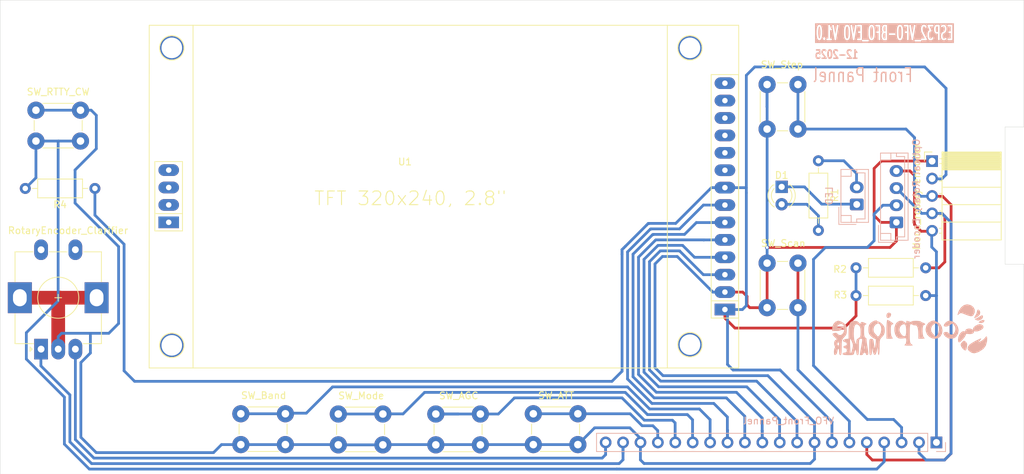
<source format=kicad_pcb>
(kicad_pcb (version 20241229) (generator "pcbnew") (generator_version "9.0")
  (layers (0 "F.Cu" signal) (2 "B.Cu" signal) (13 "F.Paste" user) (15 "B.Paste" user) (5 "F.SilkS" user "F.Silkscreen") (7 "B.SilkS" user "B.Silkscreen") (1 "F.Mask" user) (3 "B.Mask" user) (25 "Edge.Cuts" user))
  (net 0 "")
  (net 1 "MOSI")
  (net 2 "GND")
  (net 3 "SW_BAND")
  (net 4 "D{slash}C")
  (net 5 "SW_AGC")
  (net 6 "SCK")
  (net 7 "SW_STEP")
  (net 8 "SW_SCAN")
  (net 9 "SW_MODE")
  (net 10 "SW_ATT")
  (net 11 "CS")
  (net 12 "RST")
  (net 13 "+3.3V")
  (net 14 "CLK")
  (net 15 "+9V")
  (net 16 "DT")
  (net 17 "DT-2")
  (net 18 "SW_RTTY_CW")
  (net 20 "CLK-2")
  (net 31 "Net-(D1-A)")
  (net 32 "Net-(D1-K)")
  (net 33 "Net-(J1-Pin_2)")
  (footprint "Resistor_THT:R_Axial_DIN0207_L6.3mm_D2.5mm_P10.16mm_Horizontal" (layer "F.Cu") (at 193.294 100.6208)
    (property "Reference" "R3")
    (property "Value" "4.7K")
  )
  (footprint "LED_THT:LED_D3.0mm" (layer "F.Cu") (at 182.442 84.7598 -90)
    (property "Reference" "D1")
    (property "Value" "LED")
  )
  (footprint "Button_Switch_THT:SW_PUSH_6mm" (layer "F.Cu") (at 180.319 76.3258 90)
    (property "Reference" "SW7")
    (property "Value" "SW_Step")
  )
  (footprint "Button_Switch_THT:SW_PUSH_6mm" (layer "F.Cu") (at 138.4824 122.399 180)
    (property "Reference" "SW4")
    (property "Value" "SW_AGC")
  )
  (footprint "Resistor_THT:R_Axial_DIN0207_L6.3mm_D2.5mm_P10.16mm_Horizontal" (layer "F.Cu") (at 193.294 96.5708)
    (property "Reference" "R2")
    (property "Value" "4.7K")
  )
  (footprint "Button_Switch_THT:SW_PUSH_6mm" (layer "F.Cu") (at 124.2584 122.399 180)
    (property "Reference" "SW3")
    (property "Value" "SW_Mode")
  )
  (footprint "Resistor_THT:R_Axial_DIN0207_L6.3mm_D2.5mm_P10.16mm_Horizontal" (layer "F.Cu") (at 187.8014 80.9498 -90)
    (property "Reference" "R1")
    (property "Value" "R=Vled-2/20mA")
  )
  (footprint "Connector_PinSocket_2.54mm:PinSocket_1x05_P2.54mm_Horizontal" (layer "F.Cu") (at 208.588 81.706)
    (property "Reference" "J3" (hide yes))
    (property "Value" "Mecc_rotary encoder")
  )
  (footprint "Resistor_THT:R_Axial_DIN0207_L6.3mm_D2.5mm_P10.16mm_Horizontal" (layer "F.Cu") (at 82.2452 84.9884 180)
    (property "Reference" "R4")
    (property "Value" "10K")
  )
  (footprint "-Rotary_Encoder:RotaryEncoder_Alps_EC12E-Switch_Vertical_H20mm" (layer "F.Cu") (at 74.3904 108.4326 90)
    (property "Reference" "SW1")
    (property "Value" "RotaryEncoder_Clarifier")
  )
  (footprint "MountingHole:MountingHole_3.2mm_M3_DIN965" (layer "F.Cu") (at 212.8048 121.7246)
    (property "Reference" "H2" (hide yes))
    (property "Value" "MountingHole" (hide yes))
  )
  (footprint "MountingHole:MountingHole_3.2mm_M3_DIN965" (layer "F.Cu") (at 73.5 121.75)
    (property "Reference" "H4" (hide yes))
    (property "Value" "MountingHole" (hide yes))
  )
  (footprint "Button_Switch_THT:SW_PUSH_6mm" (layer "F.Cu") (at 110.0344 122.363 180)
    (property "Reference" "SW2")
    (property "Value" "SW_Band")
  )
  (footprint "Button_Switch_THT:SW_PUSH_6mm" (layer "F.Cu") (at 152.7064 122.363 180)
    (property "Reference" "SW5")
    (property "Value" "SW_ATT")
  )
  (footprint "-Display_Graphic:DISPLAY_TFT_ILI9341_2.8" (layer "F.Cu") (at 128.1622 86.1822)
    (property "Reference" "U1")
    (property "Value" "Ili9341_Module_TFT_320x240_Touch")
  )
  (footprint "Button_Switch_THT:SW_PUSH_6mm" (layer "F.Cu") (at 180.319 102.3862 90)
    (property "Reference" "SW6")
    (property "Value" "SW_Scan")
  )
  (footprint "MountingHole:MountingHole_3.2mm_M3_DIN965" (layer "F.Cu") (at 212.8048 62.5348)
    (property "Reference" "H1" (hide yes))
    (property "Value" "MountingHole" (hide yes))
  )
  (footprint "MountingHole:MountingHole_3.2mm_M3_DIN965" (layer "F.Cu") (at 73.5 62.5602)
    (property "Reference" "H3" (hide yes))
    (property "Value" "MountingHole" (hide yes))
  )
  (footprint "Button_Switch_THT:SW_PUSH_6mm" (layer "F.Cu") (at 73.6404 73.5748)
    (property "Reference" "SW8")
    (property "Value" "SW_RTTY_CW")
  )
  (footprint "Connector_JST:JST_EH_B2B-EH-A_1x02_P2.50mm_Vertical" (layer "B.Cu") (at 193.3956 87.3252 90)
    (property "Reference" "J1")
    (property "Value" "LED")
  )
  (footprint "Connector_PinHeader_2.54mm:PinHeader_1x20_P2.54mm_Vertical" (layer "B.Cu") (at 205.0226 122.047 90)
    (property "Reference" "J4")
    (property "Value" "VFO_Front_Pannel")
  )
  (footprint "Connector_JST:JST_EH_B4B-EH-A_1x04_P2.50mm_Vertical" (layer "B.Cu") (at 199.1806 89.9414 90)
    (property "Reference" "J2" (hide yes))
    (property "Value" "Optical Rotary Encoder")
  )
  (footprint "-Loghi personali:Scorpione Maker_40X20" (layer "B.Cu") (at 201.1934 105.918 180)
    (property "Reference" "G***" (hide yes))
    (property "Value" "LOGO" (hide yes))
  )
  (gr_line (start 217.7796 57.5202) (end 217.7796 76.0222) (stroke (width 0.05)) (layer "Edge.Cuts"))
  (gr_line (start 68.4214 57.5202) (end 68.4214 126.6744) (stroke (width 0.05)) (layer "Edge.Cuts"))
  (gr_line (start 217.7796 126.6744) (end 68.4214 126.6744) (stroke (width 0.05)) (layer "Edge.Cuts"))
  (gr_line (start 215.0364 76.0222) (end 215.0364 96.0374) (stroke (width 0.05)) (layer "Edge.Cuts"))
  (gr_line (start 217.7796 96.0374) (end 217.7796 126.6744) (stroke (width 0.05)) (layer "Edge.Cuts"))
  (gr_line (start 215.0364 96.0374) (end 217.7796 96.0374) (stroke (width 0.05)) (layer "Edge.Cuts"))
  (gr_line (start 217.7796 76.0222) (end 215.0364 76.0222) (stroke (width 0.05)) (layer "Edge.Cuts"))
  (gr_line (start 68.4214 57.5202) (end 217.7796 57.5202) (stroke (width 0.05)) (layer "Edge.Cuts"))
  (gr_text "ESP32_VFO-BFO_EVO V1.0" (at 197.4644 63.491825 0) (layer "B.SilkS" knockout) (effects (font (size 2 1) (thickness 0.25) (bold yes)) (justify bottom mirror)))
  (gr_text "Front Pannel" (at 201.6992 69.6416 0) (layer "B.SilkS") (effects (font (size 2 1.5) (thickness 0.2)) (justify left bottom mirror)))
  (gr_text "12-2025" (at 190.4492 66.1416 0) (layer "B.SilkS") (effects (font (size 1.2 0.9) (thickness 0.225) (bold yes)) (justify bottom mirror)))
  (segment (start 177.0602 118.2326) (end 174.3722 115.5446) (width 0.4) (layer "B.Cu") (net 1))
  (segment (start 160.7582 94.5814) (end 163.6202 91.7194) (width 0.4) (layer "B.Cu") (net 1))
  (segment (start 163.7412 91.6932) (end 168.2692 91.6932) (width 0.4) (layer "B.Cu") (net 1))
  (segment (start 177.0682 122.0627) (end 177.0602 122.0706) (width 0.4) (layer "B.Cu") (net 1))
  (segment (start 177.0826 122.0483) (end 177.0826 122.047) (width 0.4) (layer "B.Cu") (net 1))
  (segment (start 174.1466 89.9678) (end 174.1622 89.9522) (width 0.4) (layer "B.Cu") (net 1))
  (segment (start 172.2642 89.9678) (end 174.1466 89.9678) (width 0.4) (layer "B.Cu") (net 1))
  (segment (start 169.9952 89.9678) (end 172.2642 89.9678) (width 0.4) (layer "B.Cu") (net 1))
  (segment (start 177.0602 122.1446) (end 177.0602 122.0706) (width 0.4) (layer "B.Cu") (net 1))
  (segment (start 168.2692 91.6932) (end 169.9952 89.9678) (width 0.4) (layer "B.Cu") (net 1))
  (segment (start 177.0682 122.0627) (end 177.0826 122.0483) (width 0.4) (layer "B.Cu") (net 1))
  (segment (start 177.0602 122.0706) (end 177.0602 118.2326) (width 0.4) (layer "B.Cu") (net 1))
  (segment (start 177.0772 122.1616) (end 177.0602 122.1446) (width 0.4) (layer "B.Cu") (net 1))
  (segment (start 172.2642 89.9678) (end 174.5332 89.9678) (width 0.4) (layer "B.Cu") (net 1))
  (segment (start 163.7142 91.7194) (end 163.7412 91.6932) (width 0.4) (layer "B.Cu") (net 1))
  (segment (start 163.8392 115.5446) (end 160.7582 112.4642) (width 0.4) (layer "B.Cu") (net 1))
  (segment (start 174.3722 115.5446) (end 163.8392 115.5446) (width 0.4) (layer "B.Cu") (net 1))
  (segment (start 160.7582 112.4642) (end 160.7582 94.5814) (width 0.4) (layer "B.Cu") (net 1))
  (segment (start 163.6202 91.7194) (end 163.7142 91.7194) (width 0.4) (layer "B.Cu") (net 1))
  (segment (start 177.0762 122.0548) (end 177.0682 122.0627) (width 0.4) (layer "B.Cu") (net 1))
  (segment (start 177.4382 102.0318) (end 177.7926 102.3862) (width 0.4) (layer "F.Cu") (net 2))
  (segment (start 177.3874 100.7364) (end 177.3874 102.0318) (width 0.4) (layer "F.Cu") (net 2))
  (segment (start 177.7926 102.3862) (end 180.319 102.3862) (width 0.4) (layer "F.Cu") (net 2))
  (segment (start 195.9356 82.0674) (end 195.9356 88.9508) (width 0.4) (layer "F.Cu") (net 2))
  (segment (start 199.1806 92.6654) (end 199.1806 89.9414) (width 0.4) (layer "F.Cu") (net 2))
  (segment (start 204.3372 81.0568) (end 204.2708 80.9904) (width 0.4) (layer "F.Cu") (net 2))
  (segment (start 197.0126 80.9904) (end 195.9356 82.0674) (width 0.4) (layer "F.Cu") (net 2))
  (segment (start 177.3874 102.0318) (end 177.4382 102.0318) (width 0.4) (layer "F.Cu") (net 2))
  (segment (start 180.319 95.8862) (end 180.319 102.3862) (width 0.4) (layer "F.Cu") (net 2))
  (segment (start 176.7632 100.1122) (end 177.3874 100.7364) (width 0.4) (layer "F.Cu") (net 2))
  (segment (start 71.2904 100.9326) (end 77.1652 100.9326) (width 2) (layer "F.Cu") (net 2))
  (segment (start 196.9262 89.9414) (end 199.1806 89.9414) (width 0.4) (layer "F.Cu") (net 2))
  (segment (start 174.1622 100.1122) (end 176.7632 100.1122) (width 0.4) (layer "F.Cu") (net 2))
  (segment (start 198.247 93.599) (end 199.1806 92.6654) (width 0.4) (layer "F.Cu") (net 2))
  (segment (start 77.1652 100.9326) (end 82.4904 100.9326) (width 2) (layer "F.Cu") (net 2))
  (segment (start 204.2708 80.9904) (end 197.0126 80.9904) (width 0.4) (layer "F.Cu") (net 2))
  (segment (start 195.9356 88.9508) (end 196.9262 89.9414) (width 0.4) (layer "F.Cu") (net 2))
  (segment (start 76.8904 101.2074) (end 76.8904 108.4326) (width 2) (layer "F.Cu") (net 2))
  (segment (start 180.319 93.599) (end 198.247 93.599) (width 0.4) (layer "F.Cu") (net 2))
  (segment (start 77.1652 100.9326) (end 76.8904 101.2074) (width 2) (layer "F.Cu") (net 2))
  (via (at 180.319 93.599) (size 0.6) (drill 0.4) (layers "F.Cu" "B.Cu") (net 2))
  (segment (start 161.8362 121.4576) (end 161.8362 124.5946) (width 0.4) (layer "B.Cu") (net 2))
  (segment (start 146.2062 122.3626) (end 152.7062 122.3626) (width 0.4) (layer "B.Cu") (net 2))
  (segment (start 180.319 76.3258) (end 180.3192 76.3258) (width 0.4) (layer "B.Cu") (net 2))
  (segment (start 152.7062 122.3626) (end 155.1562 119.9134) (width 0.4) (layer "B.Cu") (net 2))
  (segment (start 117.7584 122.3986) (end 124.2582 122.3986) (width 0.4) (layer "B.Cu") (net 2))
  (segment (start 117.7584 122.399) (end 117.7584 122.3986) (width 0.4) (layer "B.Cu") (net 2))
  (segment (start 99.55 123.532) (end 82.4348 123.532) (width 0.4) (layer "B.Cu") (net 2))
  (segment (start 155.1562 119.9134) (end 160.2922 119.9134) (width 0.4) (layer "B.Cu") (net 2))
  (segment (start 110.0344 122.363) (end 110.0344 122.3626) (width 0.4) (layer "B.Cu") (net 2))
  (segment (start 199.186 89.936) (end 199.1806 89.9414) (width 0.4) (layer "B.Cu") (net 2))
  (segment (start 125.1892 122.3626) (end 131.9822 122.3626) (width 0.4) (layer "B.Cu") (net 2))
  (segment (start 131.9824 122.381) (end 131.9824 122.399) (width 0.4) (layer "B.Cu") (net 2))
  (segment (start 103.5348 122.3626) (end 103.5344 122.363) (width 0.4) (layer "B.Cu") (net 2))
  (segment (start 138.4822 122.3626) (end 146.2062 122.3626) (width 0.4) (layer "B.Cu") (net 2))
  (segment (start 124.2582 122.3986) (end 124.2582 122.399) (width 0.4) (layer "B.Cu") (net 2))
  (segment (start 131.9822 122.3808) (end 131.9824 122.381) (width 0.4) (layer "B.Cu") (net 2))
  (segment (start 103.5344 122.363) (end 100.719 122.363) (width 0.4) (layer "B.Cu") (net 2))
  (segment (start 131.9822 122.399) (end 131.9822 122.3808) (width 0.4) (layer "B.Cu") (net 2))
  (segment (start 187.2372 122.1616) (end 187.2372 120.6376) (width 0.4) (layer "B.Cu") (net 2))
  (segment (start 152.7062 121.8266) (end 152.7062 122.3626) (width 0.4) (layer "B.Cu") (net 2))
  (segment (start 174.5418 100.1122) (end 174.5452 100.1156) (width 0.4) (layer "B.Cu") (net 2))
  (segment (start 161.8362 124.5946) (end 162.362 125.1204) (width 0.4) (layer "B.Cu") (net 2))
  (segment (start 77.3876 106.1212) (end 76.893 106.6158) (width 0.4) (layer "B.Cu") (net 2))
  (segment (start 180.3192 73.0758) (end 180.3192 76.3258) (width 0.4) (layer "B.Cu") (net 2))
  (segment (start 172.404 100.1156) (end 174.5452 100.1156) (width 0.4) (layer "B.Cu") (net 2))
  (segment (start 82.4484 79.1972) (end 79.3496 82.296) (width 0.4) (layer "B.Cu") (net 2))
  (segment (start 138.4822 122.399) (end 138.4822 122.3626) (width 0.4) (layer "B.Cu") (net 2))
  (segment (start 110.0344 122.3626) (end 117.7224 122.3626) (width 0.4) (layer "B.Cu") (net 2))
  (segment (start 81.7028 73.5748) (end 82.4484 74.3204) (width 0.4) (layer "B.Cu") (net 2))
  (segment (start 85.6996 104.6988) (end 84.2772 106.1212) (width 0.4) (layer "B.Cu") (net 2))
  (segment (start 180.4292 112.3052) (end 165.1312 112.3052) (width 0.4) (layer "B.Cu") (net 2))
  (segment (start 124.2584 122.399) (end 124.2582 122.399) (width 0.4) (layer "B.Cu") (net 2))
  (segment (start 100.719 122.363) (end 99.55 123.532) (width 0.4) (layer "B.Cu") (net 2))
  (segment (start 131.9822 122.3626) (end 138.4822 122.3626) (width 0.4) (layer "B.Cu") (net 2))
  (segment (start 187.2372 120.6376) (end 187.2372 119.1136) (width 0.4) (layer "B.Cu") (net 2))
  (segment (start 174.5452 100.1156) (end 174.5452 100.116) (width 0.4) (layer "B.Cu") (net 2))
  (segment (start 162.362 125.1204) (end 186.6094 125.1204) (width 0.4) (layer "B.Cu") (net 2))
  (segment (start 152.7064 122.363) (end 152.7062 122.363) (width 0.4) (layer "B.Cu") (net 2))
  (segment (start 187.2372 119.1136) (end 180.4292 112.3052) (width 0.4) (layer "B.Cu") (net 2))
  (segment (start 110.0344 122.3626) (end 103.5348 122.3626) (width 0.4) (layer "B.Cu") (net 2))
  (segment (start 186.6094 125.1204) (end 187.2362 124.4936) (width 0.4) (layer "B.Cu") (net 2))
  (segment (start 187.2372 120.6376) (end 187.2362 120.6386) (width 0.4) (layer "B.Cu") (net 2))
  (segment (start 85.6996 93.472) (end 85.6996 104.6988) (width 0.4) (layer "B.Cu") (net 2))
  (segment (start 187.2362 122.0534) (end 187.2362 122.0548) (width 0.4) (layer "B.Cu") (net 2))
  (segment (start 167.2082 94.9198) (end 172.404 100.1156) (width 0.4) (layer "B.Cu") (net 2))
  (segment (start 73.6404 73.5748) (end 80.1404 73.5748) (width 0.4) (layer "B.Cu") (net 2))
  (segment (start 117.7224 122.3626) (end 117.7584 122.3986) (width 0.4) (layer "B.Cu") (net 2))
  (segment (start 160.2922 119.9134) (end 161.8362 121.4576) (width 0.4) (layer "B.Cu") (net 2))
  (segment (start 131.9822 122.3808) (end 131.9822 122.3626) (width 0.4) (layer "B.Cu") (net 2))
  (segment (start 153.2432 122.3646) (end 152.7062 121.8266) (width 0.4) (layer "B.Cu") (net 2))
  (segment (start 125.1532 122.3986) (end 125.1892 122.3626) (width 0.4) (layer "B.Cu") (net 2))
  (segment (start 146.2062 122.3626) (end 146.2062 122.363) (width 0.4) (layer "B.Cu") (net 2))
  (segment (start 163.9622 111.1371) (end 163.9622 96.0026) (width 0.4) (layer "B.Cu") (net 2))
  (segment (start 81.5848 109.002356) (end 81.5848 106.172) (width 0.4) (layer "B.Cu") (net 2))
  (segment (start 80.1952 121.2924) (end 80.1952 110.391956) (width 0.4) (layer "B.Cu") (net 2))
  (segment (start 165.1312 112.3052) (end 163.9622 111.1371) (width 0.4) (layer "B.Cu") (net 2))
  (segment (start 80.1404 73.5748) (end 81.7028 73.5748) (width 0.4) (layer "B.Cu") (net 2))
  (segment (start 79.3496 87.122) (end 85.6996 93.472) (width 0.4) (layer "B.Cu") (net 2))
  (segment (start 187.2362 124.4936) (end 187.2362 122.0548) (width 0.4) (layer "B.Cu") (net 2))
  (segment (start 84.2772 106.1212) (end 77.3876 106.1212) (width 0.4) (layer "B.Cu") (net 2))
  (segment (start 76.893 106.6158) (end 76.893 108.465) (width 0.4) (layer "B.Cu") (net 2))
  (segment (start 187.2362 120.6386) (end 187.2362 122.0548) (width 0.4) (layer "B.Cu") (net 2))
  (segment (start 180.319 93.599) (end 180.319 95.8862) (width 0.4) (layer "B.Cu") (net 2))
  (segment (start 180.319 76.3258) (end 180.319 93.599) (width 0.4) (layer "B.Cu") (net 2))
  (segment (start 124.2582 122.3986) (end 125.1532 122.3986) (width 0.4) (layer "B.Cu") (net 2))
  (segment (start 199.2252 89.936) (end 199.186 89.936) (width 0.4) (layer "B.Cu") (net 2))
  (segment (start 79.3496 82.296) (end 79.3496 87.122) (width 0.4) (layer "B.Cu") (net 2))
  (segment (start 163.9622 96.0026) (end 165.0452 94.9198) (width 0.4) (layer "B.Cu") (net 2))
  (segment (start 180.3192 73.0758) (end 180.319 73.0756) (width 0.4) (layer "B.Cu") (net 2))
  (segment (start 180.3192 69.8258) (end 180.3192 73.0758) (width 0.4) (layer "B.Cu") (net 2))
  (segment (start 82.4484 74.3204) (end 82.4484 79.1972) (width 0.4) (layer "B.Cu") (net 2))
  (segment (start 152.7062 122.363) (end 152.7062 122.3626) (width 0.4) (layer "B.Cu") (net 2))
  (segment (start 80.1952 110.391956) (end 81.5848 109.002356) (width 0.4) (layer "B.Cu") (net 2))
  (segment (start 82.4348 123.532) (end 80.1952 121.2924) (width 0.4) (layer "B.Cu") (net 2))
  (segment (start 146.2064 122.363) (end 146.2062 122.363) (width 0.4) (layer "B.Cu") (net 2))
  (segment (start 187.2426 122.047) (end 187.2362 122.0534) (width 0.4) (layer "B.Cu") (net 2))
  (segment (start 180.319 73.0756) (end 180.319 69.8258) (width 0.4) (layer "B.Cu") (net 2))
  (segment (start 165.0452 94.9198) (end 167.2082 94.9198) (width 0.4) (layer "B.Cu") (net 2))
  (segment (start 174.1622 100.1122) (end 174.5418 100.1122) (width 0.4) (layer "B.Cu") (net 2))
  (segment (start 172.0022 122.0474) (end 172.0022 122.0486) (width 0.4) (layer "B.Cu") (net 3))
  (segment (start 171.9802 122.1446) (end 171.9802 122.0706) (width 0.4) (layer "B.Cu") (net 3))
  (segment (start 171.9802 122.0706) (end 172.0022 122.0486) (width 0.4) (layer "B.Cu") (net 3))
  (segment (start 110.0344 117.8626) (end 110.0344 117.863) (width 0.4) (layer "B.Cu") (net 3))
  (segment (start 110.4706 117.7798) (end 110.0344 117.3436) (width 0.4) (layer "B.Cu") (net 3))
  (segment (start 163.1782 117.1702) (end 159.9512 113.9426) (width 0.4) (layer "B.Cu") (net 3))
  (segment (start 172.0022 118.7283) (end 170.4442 117.1702) (width 0.4) (layer "B.Cu") (net 3))
  (segment (start 116.9198 113.9426) (end 113.0826 117.7798) (width 0.4) (layer "B.Cu") (net 3))
  (segment (start 172.0026 122.047) (end 172.0022 122.0474) (width 0.4) (layer "B.Cu") (net 3))
  (segment (start 110.0344 117.3436) (end 110.0344 117.6031) (width 0.4) (layer "B.Cu") (net 3))
  (segment (start 171.9962 122.0548) (end 171.9802 122.0706) (width 0.4) (layer "B.Cu") (net 3))
  (segment (start 110.0344 117.8626) (end 103.5348 117.8626) (width 0.4) (layer "B.Cu") (net 3))
  (segment (start 110.0344 117.6031) (end 110.0344 117.8626) (width 0.4) (layer "B.Cu") (net 3))
  (segment (start 113.0826 117.7798) (end 110.4706 117.7798) (width 0.4) (layer "B.Cu") (net 3))
  (segment (start 171.9972 122.1616) (end 171.9802 122.1446) (width 0.4) (layer "B.Cu") (net 3))
  (segment (start 110.0344 117.6031) (end 110.0344 117.8626) (width 0.4) (layer "B.Cu") (net 3))
  (segment (start 103.5348 117.8626) (end 103.5344 117.863) (width 0.4) (layer "B.Cu") (net 3))
  (segment (start 170.4442 117.1702) (end 163.1782 117.1702) (width 0.4) (layer "B.Cu") (net 3))
  (segment (start 172.0022 122.0486) (end 172.0022 118.7283) (width 0.4) (layer "B.Cu") (net 3))
  (segment (start 159.9512 113.9426) (end 116.9198 113.9426) (width 0.4) (layer "B.Cu") (net 3))
  (segment (start 103.5348 117.8626) (end 103.5344 117.8626) (width 0.4) (layer "B.Cu") (net 3))
  (segment (start 171.0832 92.4942) (end 164.0722 92.4942) (width 0.4) (layer "B.Cu") (net 4))
  (segment (start 172.8147 92.496) (end 171.0842 92.496) (width 0.4) (layer "B.Cu") (net 4))
  (segment (start 179.6226 122.047) (end 179.6002 122.0694) (width 0.4) (layer "B.Cu") (net 4))
  (segment (start 179.6002 122.0694) (end 179.6002 122.1446) (width 0.4) (layer "B.Cu") (net 4))
  (segment (start 179.6002 120.3156) (end 179.6162 120.3314) (width 0.4) (layer "B.Cu") (net 4))
  (segment (start 174.1584 92.496) (end 174.1622 92.4922) (width 0.4) (layer "B.Cu") (net 4))
  (segment (start 179.6002 122.1446) (end 179.6172 122.1616) (width 0.4) (layer "B.Cu") (net 4))
  (segment (start 161.5592 112.1324) (end 164.1592 114.7318) (width 0.4) (layer "B.Cu") (net 4))
  (segment (start 164.1592 114.7318) (end 175.8462 114.7318) (width 0.4) (layer "B.Cu") (net 4))
  (segment (start 179.6162 120.3314) (end 179.6162 122.0548) (width 0.4) (layer "B.Cu") (net 4))
  (segment (start 174.5452 92.496) (end 172.8147 92.496) (width 0.4) (layer "B.Cu") (net 4))
  (segment (start 161.5592 95.0072) (end 161.5592 112.1324) (width 0.4) (layer "B.Cu") (net 4))
  (segment (start 164.0722 92.4942) (end 161.5592 95.0072) (width 0.4) (layer "B.Cu") (net 4))
  (segment (start 179.6002 118.4866) (end 179.6002 120.3156) (width 0.4) (layer "B.Cu") (net 4))
  (segment (start 171.0842 92.496) (end 171.0832 92.4942) (width 0.4) (layer "B.Cu") (net 4))
  (segment (start 179.6002 120.3156) (end 179.6002 122.1446) (width 0.4) (layer "B.Cu") (net 4))
  (segment (start 172.8147 92.496) (end 174.1584 92.496) (width 0.4) (layer "B.Cu") (net 4))
  (segment (start 175.8462 114.7318) (end 179.6002 118.4866) (width 0.4) (layer "B.Cu") (net 4))
  (segment (start 166.9002 119.1976) (end 166.9002 122.1446) (width 0.4) (layer "B.Cu") (net 5))
  (segment (start 131.9822 117.8986) (end 135.2322 117.8986) (width 0.4) (layer "B.Cu") (net 5))
  (segment (start 141.1062 117.8986) (end 143.4602 115.5446) (width 0.4) (layer "B.Cu") (net 5))
  (segment (start 166.9162 122.0534) (end 166.9162 122.0548) (width 0.4) (layer "B.Cu") (net 5))
  (segment (start 138.4822 117.8986) (end 139.2073 117.8986) (width 0.4) (layer "B.Cu") (net 5))
  (segment (start 143.4602 115.5446) (end 159.1502 115.5446) (width 0.4) (layer "B.Cu") (net 5))
  (segment (start 139.2073 117.8986) (end 138.4828 117.8986) (width 0.4) (layer "B.Cu") (net 5))
  (segment (start 135.2322 117.8986) (end 138.4822 117.8986) (width 0.4) (layer "B.Cu") (net 5))
  (segment (start 138.4828 117.8986) (end 138.4824 117.899) (width 0.4) (layer "B.Cu") (net 5))
  (segment (start 138.4822 117.8986) (end 138.4822 117.899) (width 0.4) (layer "B.Cu") (net 5))
  (segment (start 166.9226 122.047) (end 166.9162 122.0534) (width 0.4) (layer "B.Cu") (net 5))
  (segment (start 166.9002 122.1446) (end 166.9172 122.1616) (width 0.4) (layer "B.Cu") (net 5))
  (segment (start 131.9828 117.8986) (end 131.9824 117.899) (width 0.4) (layer "B.Cu") (net 5))
  (segment (start 159.1502 115.5446) (end 162.4142 118.8086) (width 0.4) (layer "B.Cu") (net 5))
  (segment (start 135.2322 117.8986) (end 131.9828 117.8986) (width 0.4) (layer "B.Cu") (net 5))
  (segment (start 162.4142 118.8086) (end 166.5112 118.8086) (width 0.4) (layer "B.Cu") (net 5))
  (segment (start 166.9002 122.0706) (end 166.9002 122.1446) (width 0.4) (layer "B.Cu") (net 5))
  (segment (start 166.9162 122.0548) (end 166.9002 122.0706) (width 0.4) (layer "B.Cu") (net 5))
  (segment (start 131.9822 117.899) (end 131.9822 117.8986) (width 0.4) (layer "B.Cu") (net 5))
  (segment (start 166.5112 118.8086) (end 166.9002 119.1976) (width 0.4) (layer "B.Cu") (net 5))
  (segment (start 139.2073 117.8986) (end 141.1062 117.8986) (width 0.4) (layer "B.Cu") (net 5))
  (segment (start 174.5202 118.3346) (end 172.5432 116.3574) (width 0.4) (layer "B.Cu") (net 6))
  (segment (start 159.9572 94.2496) (end 163.2892 90.9184) (width 0.4) (layer "B.Cu") (net 6))
  (segment (start 163.3832 90.9184) (end 163.4092 90.8922) (width 0.4) (layer "B.Cu") (net 6))
  (segment (start 163.2892 90.9184) (end 163.3832 90.9184) (width 0.4) (layer "B.Cu") (net 6))
  (segment (start 174.5202 122.0694) (end 174.5202 122.1446) (width 0.4) (layer "B.Cu") (net 6))
  (segment (start 174.5202 122.1446) (end 174.5202 120.2396) (width 0.4) (layer "B.Cu") (net 6))
  (segment (start 163.4092 90.8922) (end 167.5462 90.8922) (width 0.4) (layer "B.Cu") (net 6))
  (segment (start 174.5202 120.2396) (end 174.5362 120.2554) (width 0.4) (layer "B.Cu") (net 6))
  (segment (start 174.1584 87.416) (end 174.1622 87.4122) (width 0.4) (layer "B.Cu") (net 6))
  (segment (start 173.5037 87.416) (end 174.5452 87.416) (width 0.4) (layer "B.Cu") (net 6))
  (segment (start 174.5372 122.1616) (end 174.5202 122.1446) (width 0.4) (layer "B.Cu") (net 6))
  (segment (start 173.5037 87.416) (end 174.1584 87.416) (width 0.4) (layer "B.Cu") (net 6))
  (segment (start 159.9572 112.796) (end 159.9572 94.2496) (width 0.4) (layer "B.Cu") (net 6))
  (segment (start 163.5192 116.3574) (end 159.9572 112.796) (width 0.4) (layer "B.Cu") (net 6))
  (segment (start 171.0232 87.416) (end 173.5037 87.416) (width 0.4) (layer "B.Cu") (net 6))
  (segment (start 167.5462 90.8922) (end 171.0232 87.416) (width 0.4) (layer "B.Cu") (net 6))
  (segment (start 174.5426 122.047) (end 174.5202 122.0694) (width 0.4) (layer "B.Cu") (net 6))
  (segment (start 174.5362 120.2554) (end 174.5362 122.0548) (width 0.4) (layer "B.Cu") (net 6))
  (segment (start 174.5202 120.2396) (end 174.5202 118.3346) (width 0.4) (layer "B.Cu") (net 6))
  (segment (start 172.5432 116.3574) (end 163.5192 116.3574) (width 0.4) (layer "B.Cu") (net 6))
  (segment (start 195.6754 124.6124) (end 194.8626 123.7996) (width 0.4) (layer "F.Cu") (net 7))
  (segment (start 204.3372 86.1368) (end 205.9232 86.1368) (width 0.4) (layer "F.Cu") (net 7))
  (segment (start 207.1624 87.376) (end 207.1624 123.6472) (width 0.4) (layer "F.Cu") (net 7))
  (segment (start 207.1624 123.6472) (end 206.1972 124.6124) (width 0.4) (layer "F.Cu") (net 7))
  (segment (start 194.8626 123.7996) (end 194.8626 122.047) (width 0.4) (layer "F.Cu") (net 7))
  (segment (start 205.9232 86.1368) (end 207.1624 87.376) (width 0.4) (layer "F.Cu") (net 7))
  (segment (start 206.1972 124.6124) (end 195.6754 124.6124) (width 0.4) (layer "F.Cu") (net 7))
  (segment (start 184.8192 69.8258) (end 184.8192 76.3258) (width 0.4) (layer "B.Cu") (net 7))
  (segment (start 184.819 76.3258) (end 200.5826 76.3258) (width 0.4) (layer "B.Cu") (net 7))
  (segment (start 184.819 69.8258) (end 184.8192 69.8258) (width 0.4) (layer "B.Cu") (net 7))
  (segment (start 202.712 86.1368) (end 204.3372 86.1368) (width 0.4) (layer "B.Cu") (net 7))
  (segment (start 184.819 76.3258) (end 184.8192 76.3258) (width 0.4) (layer "B.Cu") (net 7))
  (segment (start 201.8284 85.2424) (end 202.7174 86.1314) (width 0.4) (layer "B.Cu") (net 7))
  (segment (start 201.8284 77.5716) (end 201.8284 85.2424) (width 0.4) (layer "B.Cu") (net 7))
  (segment (start 202.7174 86.1314) (end 202.712 86.1368) (width 0.4) (layer "B.Cu") (net 7))
  (segment (start 200.5826 76.3258) (end 201.8284 77.5716) (width 0.4) (layer "B.Cu") (net 7))
  (segment (start 184.819 102.3862) (end 184.819 95.8862) (width 0.4) (layer "F.Cu") (net 8))
  (segment (start 184.819 111.4446) (end 192.3226 118.9482) (width 0.4) (layer "B.Cu") (net 8))
  (segment (start 184.819 95.8862) (end 184.8192 95.8862) (width 0.4) (layer "B.Cu") (net 8))
  (segment (start 184.819 102.3862) (end 184.819 111.4446) (width 0.4) (layer "B.Cu") (net 8))
  (segment (start 192.3226 118.9482) (end 192.3226 122.047) (width 0.4) (layer "B.Cu") (net 8))
  (segment (start 184.819 102.3862) (end 184.8192 102.3862) (width 0.4) (layer "B.Cu") (net 8))
  (segment (start 117.7588 117.8986) (end 117.7584 117.899) (width 0.4) (layer "B.Cu") (net 9))
  (segment (start 124.2584 117.899) (end 124.2582 117.899) (width 0.4) (layer "B.Cu") (net 9))
  (segment (start 168.6832 117.983) (end 162.8582 117.983) (width 0.4) (layer "B.Cu") (net 9))
  (segment (start 130.3422 114.7436) (end 127.2052 117.8814) (width 0.4) (layer "B.Cu") (net 9))
  (segment (start 169.4626 122.047) (end 169.4562 122.0534) (width 0.4) (layer "B.Cu") (net 9))
  (segment (start 169.4562 122.0534) (end 169.4562 122.0548) (width 0.4) (layer "B.Cu") (net 9))
  (segment (start 127.2052 117.8814) (end 124.2752 117.8814) (width 0.4) (layer "B.Cu") (net 9))
  (segment (start 169.4402 122.1446) (end 169.4402 122.0706) (width 0.4) (layer "B.Cu") (net 9))
  (segment (start 124.2752 117.8814) (end 124.2582 117.8986) (width 0.4) (layer "B.Cu") (net 9))
  (segment (start 169.4402 122.0706) (end 169.4402 118.7406) (width 0.4) (layer "B.Cu") (net 9))
  (segment (start 117.7588 117.8986) (end 117.7584 117.8986) (width 0.4) (layer "B.Cu") (net 9))
  (segment (start 124.2582 117.8986) (end 117.7588 117.8986) (width 0.4) (layer "B.Cu") (net 9))
  (segment (start 124.2582 117.8986) (end 124.2582 117.899) (width 0.4) (layer "B.Cu") (net 9))
  (segment (start 169.4402 118.7406) (end 168.6832 117.983) (width 0.4) (layer "B.Cu") (net 9))
  (segment (start 159.6192 114.7436) (end 130.3422 114.7436) (width 0.4) (layer "B.Cu") (net 9))
  (segment (start 169.4562 122.0548) (end 169.4402 122.0706) (width 0.4) (layer "B.Cu") (net 9))
  (segment (start 162.8582 117.983) (end 159.6192 114.7436) (width 0.4) (layer "B.Cu") (net 9))
  (segment (start 169.4572 122.1616) (end 169.4402 122.1446) (width 0.4) (layer "B.Cu") (net 9))
  (segment (start 152.7062 117.8626) (end 152.7062 117.863) (width 0.4) (layer "B.Cu") (net 10))
  (segment (start 164.3762 122.0548) (end 164.3682 122.0627) (width 0.4) (layer "B.Cu") (net 10))
  (segment (start 164.3772 122.1616) (end 164.3602 122.1446) (width 0.4) (layer "B.Cu") (net 10))
  (segment (start 163.6542 119.6096) (end 162.0822 119.6096) (width 0.4) (layer "B.Cu") (net 10))
  (segment (start 152.7064 117.863) (end 152.7062 117.863) (width 0.4) (layer "B.Cu") (net 10))
  (segment (start 146.2062 117.8626) (end 152.7062 117.8626) (width 0.4) (layer "B.Cu") (net 10))
  (segment (start 160.3352 117.8626) (end 152.7062 117.8626) (width 0.4) (layer "B.Cu") (net 10))
  (segment (start 162.0822 119.6096) (end 160.3352 117.8626) (width 0.4) (layer "B.Cu") (net 10))
  (segment (start 164.3826 122.0483) (end 164.3826 122.047) (width 0.4) (layer "B.Cu") (net 10))
  (segment (start 164.3682 122.0627) (end 164.3602 122.0706) (width 0.4) (layer "B.Cu") (net 10))
  (segment (start 164.3602 120.3156) (end 163.6542 119.6096) (width 0.4) (layer "B.Cu") (net 10))
  (segment (start 164.3602 122.1446) (end 164.3602 122.0706) (width 0.4) (layer "B.Cu") (net 10))
  (segment (start 146.2064 117.863) (end 146.2062 117.863) (width 0.4) (layer "B.Cu") (net 10))
  (segment (start 164.3682 122.0627) (end 164.3826 122.0483) (width 0.4) (layer "B.Cu") (net 10))
  (segment (start 146.2062 117.863) (end 146.2062 117.8626) (width 0.4) (layer "B.Cu") (net 10))
  (segment (start 164.3602 122.0706) (end 164.3602 120.3156) (width 0.4) (layer "B.Cu") (net 10))
  (segment (start 171.0162 97.5756) (end 167.5592 94.1188) (width 0.4) (layer "B.Cu") (net 11))
  (segment (start 173.5037 97.5756) (end 171.0162 97.5756) (width 0.4) (layer "B.Cu") (net 11))
  (segment (start 184.6802 118.9946) (end 184.6802 122.0706) (width 0.4) (layer "B.Cu") (net 11))
  (segment (start 174.5452 97.5756) (end 173.5037 97.5756) (width 0.4) (layer "B.Cu") (net 11))
  (segment (start 174.1588 97.5756) (end 174.1622 97.5722) (width 0.4) (layer "B.Cu") (net 11))
  (segment (start 184.6962 122.0548) (end 184.6802 122.0706) (width 0.4) (layer "B.Cu") (net 11))
  (segment (start 184.7026 122.047) (end 184.6962 122.0534) (width 0.4) (layer "B.Cu") (net 11))
  (segment (start 184.6962 122.0534) (end 184.6962 122.0548) (width 0.4) (layer "B.Cu") (net 11))
  (segment (start 184.6802 122.1446) (end 184.6972 122.1616) (width 0.4) (layer "B.Cu") (net 11))
  (segment (start 164.7992 113.1062) (end 178.7922 113.1062) (width 0.4) (layer "B.Cu") (net 11))
  (segment (start 178.7922 113.1062) (end 184.6802 118.9946) (width 0.4) (layer "B.Cu") (net 11))
  (segment (start 164.7362 94.0962) (end 163.1612 95.6708) (width 0.4) (layer "B.Cu") (net 11))
  (segment (start 174.5452 97.576) (end 174.5452 97.5756) (width 0.4) (layer "B.Cu") (net 11))
  (segment (start 167.5362 94.0962) (end 164.7362 94.0962) (width 0.4) (layer "B.Cu") (net 11))
  (segment (start 184.6802 122.0706) (end 184.6802 122.1446) (width 0.4) (layer "B.Cu") (net 11))
  (segment (start 167.5592 94.1188) (end 167.5362 94.0962) (width 0.4) (layer "B.Cu") (net 11))
  (segment (start 163.1612 95.6708) (end 163.1612 111.4689) (width 0.4) (layer "B.Cu") (net 11))
  (segment (start 163.1612 111.4689) (end 164.7992 113.1062) (width 0.4) (layer "B.Cu") (net 11))
  (segment (start 173.5037 97.5756) (end 174.1588 97.5756) (width 0.4) (layer "B.Cu") (net 11))
  (segment (start 172.1372 95.0351) (end 174.1593 95.0351) (width 0.4) (layer "B.Cu") (net 12))
  (segment (start 174.5452 95.0359) (end 174.5452 95.036) (width 0.4) (layer "B.Cu") (net 12))
  (segment (start 177.3482 113.9308) (end 182.1402 118.723) (width 0.4) (layer "B.Cu") (net 12))
  (segment (start 167.9902 93.2952) (end 164.4042 93.2952) (width 0.4) (layer "B.Cu") (net 12))
  (segment (start 182.1562 122.0534) (end 182.1562 122.0548) (width 0.4) (layer "B.Cu") (net 12))
  (segment (start 162.3602 111.8006) (end 164.4912 113.9308) (width 0.4) (layer "B.Cu") (net 12))
  (segment (start 182.1402 122.1446) (end 182.1572 122.1616) (width 0.4) (layer "B.Cu") (net 12))
  (segment (start 174.5442 95.0351) (end 174.5452 95.0359) (width 0.4) (layer "B.Cu") (net 12))
  (segment (start 182.1402 118.723) (end 182.1402 122.0706) (width 0.4) (layer "B.Cu") (net 12))
  (segment (start 174.5452 95.036) (end 174.5442 95.0351) (width 0.4) (layer "B.Cu") (net 12))
  (segment (start 182.1402 122.0706) (end 182.1402 122.1446) (width 0.4) (layer "B.Cu") (net 12))
  (segment (start 169.7302 95.0351) (end 167.9902 93.2952) (width 0.4) (layer "B.Cu") (net 12))
  (segment (start 164.4042 93.2952) (end 162.3602 95.339) (width 0.4) (layer "B.Cu") (net 12))
  (segment (start 164.4912 113.9308) (end 177.3482 113.9308) (width 0.4) (layer "B.Cu") (net 12))
  (segment (start 172.1372 95.0351) (end 169.7302 95.0351) (width 0.4) (layer "B.Cu") (net 12))
  (segment (start 182.1626 122.047) (end 182.1562 122.0534) (width 0.4) (layer "B.Cu") (net 12))
  (segment (start 172.1372 95.0351) (end 174.5442 95.0351) (width 0.4) (layer "B.Cu") (net 12))
  (segment (start 182.1562 122.0548) (end 182.1402 122.0706) (width 0.4) (layer "B.Cu") (net 12))
  (segment (start 174.1593 95.0351) (end 174.1622 95.0322) (width 0.4) (layer "B.Cu") (net 12))
  (segment (start 162.3602 95.339) (end 162.3602 111.8006) (width 0.4) (layer "B.Cu") (net 12))
  (segment (start 191.516 105.3592) (end 175.6156 105.3592) (width 0.4) (layer "F.Cu") (net 13))
  (segment (start 175.6156 105.3592) (end 174.1622 103.9058) (width 0.4) (layer "F.Cu") (net 13))
  (segment (start 193.294 103.5812) (end 191.516 105.3592) (width 0.4) (layer "F.Cu") (net 13))
  (segment (start 174.1622 103.9058) (end 174.1622 102.6522) (width 0.4) (layer "F.Cu") (net 13))
  (segment (start 193.294 100.6208) (end 193.294 103.5812) (width 0.4) (layer "F.Cu") (net 13))
  (segment (start 162.957471 90.1174) (end 162.957415 90.1174) (width 0.4) (layer "B.Cu") (net 13))
  (segment (start 189.7826 122.0494) (end 189.7826 122.047) (width 0.4) (layer "B.Cu") (net 13))
  (segment (start 206.4258 82.9818) (end 205.8108 83.5968) (width 0.4) (layer "B.Cu") (net 13))
  (segment (start 159.156239 93.917776) (end 159.1562 93.917815) (width 0.4) (layer "B.Cu") (net 13))
  (segment (start 189.7772 119.1006) (end 189.7772 122.0548) (width 0.4) (layer "B.Cu") (net 13))
  (segment (start 189.7772 119.0448) (end 189.7772 119.1006) (width 0.4) (layer "B.Cu") (net 13))
  (segment (start 174.5432 84.8742) (end 174.5442 84.8751) (width 0.4) (layer "B.Cu") (net 13))
  (segment (start 174.5452 84.8759) (end 174.5452 84.876) (width 0.4) (layer "B.Cu") (net 13))
  (segment (start 174.5442 84.8751) (end 174.5452 84.8759) (width 0.4) (layer "B.Cu") (net 13))
  (segment (start 176.7132 102.6556) (end 177.2862 102.0826) (width 0.4) (layer "B.Cu") (net 13))
  (segment (start 159.397458 93.676557) (end 159.156239 93.917718) (width 0.4) (layer "B.Cu") (net 13))
  (segment (start 159.1562 111.6586) (end 157.6832 113.1316) (width 0.4) (layer "B.Cu") (net 13))
  (segment (start 174.5462 102.6556) (end 174.5457 102.6558) (width 0.4) (layer "B.Cu") (net 13))
  (segment (start 175.3552 111.4806) (end 182.1952 111.4806) (width 0.4) (layer "B.Cu") (net 13))
  (segment (start 88.0364 113.1316) (end 86.5006 111.5958) (width 0.4) (layer "B.Cu") (net 13))
  (segment (start 174.5457 102.6558) (end 174.5452 102.656) (width 0.4) (layer "B.Cu") (net 13))
  (segment (start 182.2132 111.4806) (end 189.7772 119.0448) (width 0.4) (layer "B.Cu") (net 13))
  (segment (start 174.5452 102.6556) (end 174.5462 102.6556) (width 0.4) (layer "B.Cu") (net 13))
  (segment (start 178.5112 67.2592) (end 203.3016 67.2592) (width 0.4) (layer "B.Cu") (net 13))
  (segment (start 174.1622 84.8722) (end 174.5412 84.8722) (width 0.4) (layer "B.Cu") (net 13))
  (segment (start 162.957415 90.1174) (end 162.724559 90.350256) (width 0.4) (layer "B.Cu") (net 13))
  (segment (start 189.7772 122.0548) (end 189.7826 122.0494) (width 0.4) (layer "B.Cu") (net 13))
  (segment (start 174.5462 102.6556) (end 176.7132 102.6556) (width 0.4) (layer "B.Cu") (net 13))
  (segment (start 174.1622 84.8722) (end 172.1986 84.8722) (width 0.4) (layer "B.Cu") (net 13))
  (segment (start 193.294 96.5708) (end 193.294 100.6208) (width 0.4) (layer "B.Cu") (net 13))
  (segment (start 166.9796 90.0912) (end 163.077415 90.0912) (width 0.4) (layer "B.Cu") (net 13))
  (segment (start 174.5442 84.8751) (end 174.5452 84.876) (width 0.4) (layer "B.Cu") (net 13))
  (segment (start 162.724559 90.350256) (end 159.62547 93.4486) (width 0.4) (layer "B.Cu") (net 13))
  (segment (start 86.5006 93.140214) (end 82.2452 88.884814) (width 0.4) (layer "B.Cu") (net 13))
  (segment (start 174.3555 102.8458) (end 174.5422 103.0326) (width 0.4) (layer "B.Cu") (net 13))
  (segment (start 159.62547 93.4486) (end 159.625415 93.4486) (width 0.4) (layer "B.Cu") (net 13))
  (segment (start 159.1562 94.245304) (end 159.15616 94.581289) (width 0.4) (layer "B.Cu") (net 13))
  (segment (start 82.2452 88.884814) (end 82.2452 84.9884) (width 0.4) (layer "B.Cu") (net 13))
  (segment (start 189.7762 122.0548) (end 189.7772 122.0548) (width 0.4) (layer "B.Cu") (net 13))
  (segment (start 174.1622 102.6522) (end 174.3555 102.8458) (width 0.4) (layer "B.Cu") (net 13))
  (segment (start 157.6832 113.1316) (end 88.0364 113.1316) (width 0.4) (layer "B.Cu") (net 13))
  (segment (start 159.625415 93.4486) (end 159.397458 93.676557) (width 0.4) (layer "B.Cu") (net 13))
  (segment (start 203.3016 67.2592) (end 206.4258 70.3834) (width 0.4) (layer "B.Cu") (net 13))
  (segment (start 174.5455 102.6558) (end 174.3555 102.8458) (width 0.4) (layer "B.Cu") (net 13))
  (segment (start 177.2862 85.6372) (end 177.2862 68.4842) (width 0.4) (layer "B.Cu") (net 13))
  (segment (start 177.2862 102.0826) (end 177.2862 85.6372) (width 0.4) (layer "B.Cu") (net 13))
  (segment (start 86.5006 111.5958) (end 86.5006 93.140214) (width 0.4) (layer "B.Cu") (net 13))
  (segment (start 174.5422 103.0326) (end 174.5422 110.6678) (width 0.4) (layer "B.Cu") (net 13))
  (segment (start 159.1562 93.917815) (end 159.1562 94.245304) (width 0.4) (layer "B.Cu") (net 13))
  (segment (start 159.15616 94.581289) (end 159.1562 94.581329) (width 0.4) (layer "B.Cu") (net 13))
  (segment (start 159.1562 94.581329) (end 159.1562 111.6586) (width 0.4) (layer "B.Cu") (net 13))
  (segment (start 174.5422 110.6678) (end 175.3552 111.4806) (width 0.4) (layer "B.Cu") (net 13))
  (segment (start 177.2862 84.876) (end 174.5452 84.876) (width 0.4) (layer "B.Cu") (net 13))
  (segment (start 206.4258 70.3834) (end 206.4258 82.9818) (width 0.4) (layer "B.Cu") (net 13))
  (segment (start 182.1952 111.4806) (end 182.2132 111.4806) (width 0.4) (layer "B.Cu") (net 13))
  (segment (start 162.957511 90.11736) (end 162.957471 90.1174) (width 0.4) (layer "B.Cu") (net 13))
  (segment (start 174.5457 102.6558) (end 174.5455 102.6558) (width 0.4) (layer "B.Cu") (net 13))
  (segment (start 172.1986 84.8722) (end 166.9796 90.0912) (width 0.4) (layer "B.Cu") (net 13))
  (segment (start 205.8108 83.5968) (end 204.3372 83.5968) (width 0.4) (layer "B.Cu") (net 13))
  (segment (start 182.1952 111.4806) (end 182.2132 111.4806) (width 0.4) (layer "B.Cu") (net 13))
  (segment (start 189.7772 122.0548) (end 189.7772 122.1616) (width 0.4) (layer "B.Cu") (net 13))
  (segment (start 174.5412 84.8722) (end 174.5432 84.8742) (width 0.4) (layer "B.Cu") (net 13))
  (segment (start 163.077415 90.0912) (end 163.051244 90.117371) (width 0.4) (layer "B.Cu") (net 13))
  (segment (start 163.051244 90.117371) (end 162.957511 90.11736) (width 0.4) (layer "B.Cu") (net 13))
  (segment (start 177.2862 68.4842) (end 178.5112 67.2592) (width 0.4) (layer "B.Cu") (net 13))
  (segment (start 159.156239 93.917718) (end 159.156239 93.917776) (width 0.4) (layer "B.Cu") (net 13))
  (segment (start 204.3172 91.2368) (end 204.3372 91.2168) (width 0.4) (layer "F.Cu") (net 14))
  (segment (start 201.8284 83.1088) (end 201.8284 90.2716) (width 0.4) (layer "F.Cu") (net 14))
  (segment (start 202.7936 91.2368) (end 204.3172 91.2368) (width 0.4) (layer "F.Cu") (net 14))
  (segment (start 201.8284 90.2716) (end 202.7936 91.2368) (width 0.4) (layer "F.Cu") (net 14))
  (segment (start 199.1806 82.4414) (end 201.161 82.4414) (width 0.4) (layer "F.Cu") (net 14))
  (segment (start 201.161 82.4414) (end 201.8284 83.1088) (width 0.4) (layer "F.Cu") (net 14))
  (segment (start 203.454 100.6208) (end 205.0082 100.6208) (width 0.4) (layer "B.Cu") (net 14))
  (segment (start 205.0222 94.2274) (end 205.0222 100.6348) (width 0.4) (layer "B.Cu") (net 14))
  (segment (start 204.3372 91.2168) (end 204.3372 93.5424) (width 0.4) (layer "B.Cu") (net 14))
  (segment (start 205.0082 100.6208) (end 205.0222 100.6348) (width 0.4) (layer "B.Cu") (net 14))
  (segment (start 205.0222 100.6348) (end 205.0222 122.047) (width 0.4) (layer "B.Cu") (net 14))
  (segment (start 199.1806 82.4414) (end 199.2198 82.4414) (width 0.4) (layer "B.Cu") (net 14))
  (segment (start 204.3372 93.5424) (end 205.0222 94.2274) (width 0.4) (layer "B.Cu") (net 14))
  (segment (start 205.0222 122.047) (end 205.0226 122.047) (width 0.4) (layer "B.Cu") (net 14))
  (segment (start 199.2198 82.4414) (end 199.2252 82.436) (width 0.4) (layer "B.Cu") (net 14))
  (segment (start 195.9356 88.716) (end 197.2102 87.4414) (width 0.4) (layer "B.Cu") (net 15))
  (segment (start 188.8174 93.599) (end 194.945 93.599) (width 0.4) (layer "B.Cu") (net 15))
  (segment (start 199.9426 119.8626) (end 198.7742 118.6942) (width 0.4) (layer "B.Cu") (net 15))
  (segment (start 187.0902 110.8456) (end 187.0902 95.3262) (width 0.4) (layer "B.Cu") (net 15))
  (segment (start 195.9356 92.6084) (end 195.9356 88.716) (width 0.4) (layer "B.Cu") (net 15))
  (segment (start 199.9426 122.047) (end 199.9426 119.8626) (width 0.4) (layer "B.Cu") (net 15))
  (segment (start 198.2867 87.436) (end 199.1752 87.436) (width 0.4) (layer "B.Cu") (net 15))
  (segment (start 199.1752 87.436) (end 199.1806 87.4414) (width 0.4) (layer "B.Cu") (net 15))
  (segment (start 194.945 93.599) (end 195.9356 92.6084) (width 0.4) (layer "B.Cu") (net 15))
  (segment (start 197.2102 87.4414) (end 199.1806 87.4414) (width 0.4) (layer "B.Cu") (net 15))
  (segment (start 187.0902 95.3262) (end 188.8174 93.599) (width 0.4) (layer "B.Cu") (net 15))
  (segment (start 198.7742 118.6942) (end 194.9388 118.6942) (width 0.4) (layer "B.Cu") (net 15))
  (segment (start 194.9388 118.6942) (end 187.0902 110.8456) (width 0.4) (layer "B.Cu") (net 15))
  (segment (start 198.2867 87.436) (end 198.2813 87.4414) (width 0.4) (layer "B.Cu") (net 15))
  (segment (start 199.2252 87.436) (end 198.2867 87.436) (width 0.4) (layer "B.Cu") (net 15))
  (segment (start 205.8216 88.626) (end 204.388 88.626) (width 0.4) (layer "F.Cu") (net 16))
  (segment (start 206.248 89.0524) (end 205.8216 88.626) (width 0.4) (layer "F.Cu") (net 16))
  (segment (start 206.248 95.7072) (end 206.248 89.0524) (width 0.4) (layer "F.Cu") (net 16))
  (segment (start 203.454 96.5708) (end 205.3844 96.5708) (width 0.4) (layer "F.Cu") (net 16))
  (segment (start 205.3844 96.5708) (end 206.248 95.7072) (width 0.4) (layer "F.Cu") (net 16))
  (segment (start 199.1806 84.9414) (end 202.8652 88.626) (width 0.4) (layer "B.Cu") (net 16))
  (segment (start 207.1624 89.9668) (end 207.1624 123.6472) (width 0.4) (layer "B.Cu") (net 16))
  (segment (start 199.2252 84.936) (end 199.186 84.936) (width 0.4) (layer "B.Cu") (net 16))
  (segment (start 206.1972 124.6124) (end 203.5048 124.6124) (width 0.4) (layer "B.Cu") (net 16))
  (segment (start 199.186 84.936) (end 199.1806 84.9414) (width 0.4) (layer "B.Cu") (net 16))
  (segment (start 203.5048 124.6124) (end 202.4826 123.5902) (width 0.4) (layer "B.Cu") (net 16))
  (segment (start 202.4826 123.5902) (end 202.4826 122.047) (width 0.4) (layer "B.Cu") (net 16))
  (segment (start 205.8216 88.626) (end 207.1624 89.9668) (width 0.4) (layer "B.Cu") (net 16))
  (segment (start 207.1624 123.6472) (end 206.1972 124.6124) (width 0.4) (layer "B.Cu") (net 16))
  (segment (start 202.8652 88.626) (end 205.8216 88.626) (width 0.4) (layer "B.Cu") (net 16))
  (segment (start 79.393 108.465) (end 79.3942 108.4662) (width 0.4) (layer "B.Cu") (net 17))
  (segment (start 156.7562 123.1721) (end 156.7562 122.0548) (width 0.4) (layer "B.Cu") (net 17))
  (segment (start 156.7562 122.0534) (end 156.7562 122.0548) (width 0.4) (layer "B.Cu") (net 17))
  (segment (start 156.7562 123.831) (end 156.7562 123.1721) (width 0.4) (layer "B.Cu") (net 17))
  (segment (start 156.2542 124.333) (end 156.7562 123.831) (width 0.4) (layer "B.Cu") (net 17))
  (segment (start 79.3942 108.4662) (end 79.3942 121.629428) (width 0.4) (layer "B.Cu") (net 17))
  (segment (start 82.097772 124.333) (end 156.2542 124.333) (width 0.4) (layer "B.Cu") (net 17))
  (segment (start 156.7626 122.047) (end 156.7562 122.0534) (width 0.4) (layer "B.Cu") (net 17))
  (segment (start 79.3942 121.629428) (end 82.097772 124.333) (width 0.4) (layer "B.Cu") (net 17))
  (segment (start 156.7562 123.1721) (end 156.7562 122.2576) (width 0.4) (layer "B.Cu") (net 17))
  (segment (start 73.6404 78.0748) (end 73.6404 83.4332) (width 0.4) (layer "B.Cu") (net 18))
  (segment (start 197.4026 124.8472) (end 196.3148 125.935) (width 0.4) (layer "B.Cu") (net 18))
  (segment (start 72.2376 106.0388) (end 76.8796 101.3968) (width 0.4) (layer "B.Cu") (net 18))
  (segment (start 73.6404 83.4332) (end 72.0852 84.9884) (width 0.4) (layer "B.Cu") (net 18))
  (segment (start 158.39984 125.935176) (end 158.399664 125.935) (width 0.4) (layer "B.Cu") (net 18))
  (segment (start 73.6404 78.0748) (end 80.1404 78.0748) (width 0.4) (layer "B.Cu") (net 18))
  (segment (start 76.8796 101.3968) (end 76.8796 78.1256) (width 0.4) (layer "B.Cu") (net 18))
  (segment (start 158.399664 125.935) (end 81.434202 125.935) (width 0.4) (layer "B.Cu") (net 18))
  (segment (start 77.7922 115.435) (end 72.2376 109.8804) (width 0.4) (layer "B.Cu") (net 18))
  (segment (start 72.2376 109.8804) (end 72.2376 106.0388) (width 0.4) (layer "B.Cu") (net 18))
  (segment (start 81.434202 125.935) (end 77.7922 122.292999) (width 0.4) (layer "B.Cu") (net 18))
  (segment (start 77.7922 122.292999) (end 77.7922 115.435) (width 0.4) (layer "B.Cu") (net 18))
  (segment (start 196.3148 125.935) (end 158.731625 125.935) (width 0.4) (layer "B.Cu") (net 18))
  (segment (start 158.731625 125.935) (end 158.39984 125.935176) (width 0.4) (layer "B.Cu") (net 18))
  (segment (start 76.8796 78.1256) (end 76.9304 78.0748) (width 0.4) (layer "B.Cu") (net 18))
  (segment (start 197.4026 122.047) (end 197.4026 124.8472) (width 0.4) (layer "B.Cu") (net 18))
  (segment (start 158.7312 125.134) (end 159.2962 124.5684) (width 0.4) (layer "B.Cu") (net 20))
  (segment (start 159.2962 122.8038) (end 159.2962 122.0548) (width 0.4) (layer "B.Cu") (net 20))
  (segment (start 74.393 108.465) (end 74.365 108.493) (width 0.4) (layer "B.Cu") (net 20))
  (segment (start 81.765987 125.134) (end 158.7312 125.134) (width 0.4) (layer "B.Cu") (net 20))
  (segment (start 78.5932 121.961214) (end 81.765987 125.134) (width 0.4) (layer "B.Cu") (net 20))
  (segment (start 159.2962 122.8038) (end 159.2962 122.2576) (width 0.4) (layer "B.Cu") (net 20))
  (segment (start 74.365 108.493) (end 74.365 110.875014) (width 0.4) (layer "B.Cu") (net 20))
  (segment (start 159.3026 122.7974) (end 159.3026 122.047) (width 0.4) (layer "B.Cu") (net 20))
  (segment (start 159.2962 124.5684) (end 159.2962 123.5531) (width 0.4) (layer "B.Cu") (net 20))
  (segment (start 78.5932 115.103215) (end 78.5932 121.961214) (width 0.4) (layer "B.Cu") (net 20))
  (segment (start 159.2962 123.5531) (end 159.2962 122.8038) (width 0.4) (layer "B.Cu") (net 20))
  (segment (start 74.365 110.875014) (end 78.5932 115.103215) (width 0.4) (layer "B.Cu") (net 20))
  (segment (start 159.2962 123.5531) (end 159.2962 122.8038) (width 0.4) (layer "B.Cu") (net 20))
  (segment (start 159.2962 122.8038) (end 159.3026 122.7974) (width 0.4) (layer "B.Cu") (net 20))
  (segment (start 182.442 87.2998) (end 182.4422 87.2998) (width 0.4) (layer "B.Cu") (net 31))
  (segment (start 187.8014 91.1098) (end 187.8012 91.1098) (width 0.4) (layer "B.Cu") (net 31))
  (segment (start 186.1252 87.2998) (end 187.8012 88.9762) (width 0.4) (layer "B.Cu") (net 31))
  (segment (start 182.4422 87.2998) (end 186.1252 87.2998) (width 0.4) (layer "B.Cu") (net 31))
  (segment (start 187.8012 88.9762) (end 187.8012 91.1098) (width 0.4) (layer "B.Cu") (net 31))
  (segment (start 193.364 87.2798) (end 193.3642 87.2798) (width 0.4) (layer "B.Cu") (net 32))
  (segment (start 185.7692 84.7598) (end 188.2892 87.2798) (width 0.4) (layer "B.Cu") (net 32))
  (segment (start 188.2892 87.2798) (end 193.364 87.2798) (width 0.4) (layer "B.Cu") (net 32))
  (segment (start 182.4422 84.7598) (end 185.7692 84.7598) (width 0.4) (layer "B.Cu") (net 32))
  (segment (start 182.442 84.7598) (end 182.4422 84.7598) (width 0.4) (layer "B.Cu") (net 32))
  (segment (start 193.3642 84.7798) (end 193.3642 82.804) (width 0.4) (layer "B.Cu") (net 33))
  (segment (start 193.3642 82.804) (end 191.5102 80.9498) (width 0.4) (layer "B.Cu") (net 33))
  (segment (start 187.8014 80.9498) (end 187.8012 80.9498) (width 0.4) (layer "B.Cu") (net 33))
  (segment (start 191.5102 80.9498) (end 187.8014 80.9498) (width 0.4) (layer "B.Cu") (net 33))
  (segment (start 193.364 84.7798) (end 193.3642 84.7798) (width 0.4) (layer "B.Cu") (net 33))
)
</source>
